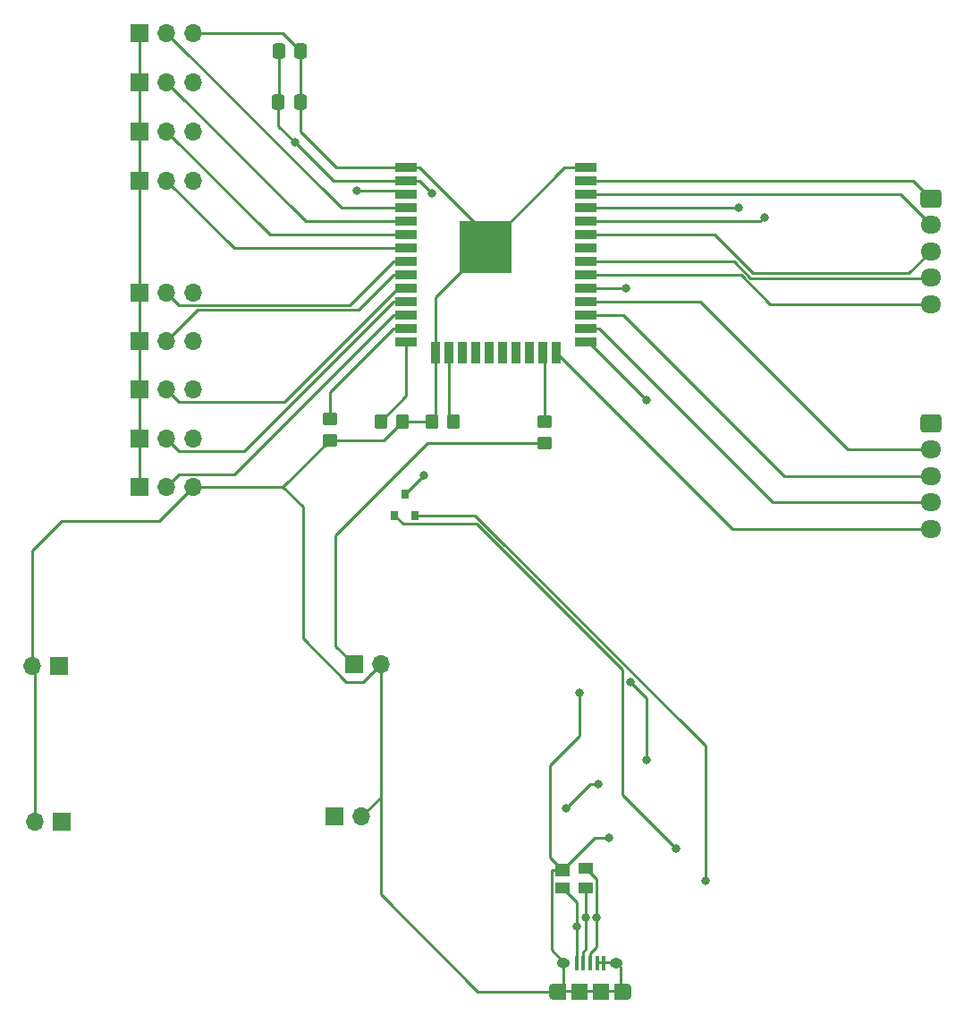
<source format=gbr>
%TF.GenerationSoftware,KiCad,Pcbnew,6.0.11+dfsg-1*%
%TF.CreationDate,2023-12-17T00:58:24-05:00*%
%TF.ProjectId,base_controller,62617365-5f63-46f6-9e74-726f6c6c6572,rev?*%
%TF.SameCoordinates,Original*%
%TF.FileFunction,Copper,L1,Top*%
%TF.FilePolarity,Positive*%
%FSLAX46Y46*%
G04 Gerber Fmt 4.6, Leading zero omitted, Abs format (unit mm)*
G04 Created by KiCad (PCBNEW 6.0.11+dfsg-1) date 2023-12-17 00:58:24*
%MOMM*%
%LPD*%
G01*
G04 APERTURE LIST*
G04 Aperture macros list*
%AMRoundRect*
0 Rectangle with rounded corners*
0 $1 Rounding radius*
0 $2 $3 $4 $5 $6 $7 $8 $9 X,Y pos of 4 corners*
0 Add a 4 corners polygon primitive as box body*
4,1,4,$2,$3,$4,$5,$6,$7,$8,$9,$2,$3,0*
0 Add four circle primitives for the rounded corners*
1,1,$1+$1,$2,$3*
1,1,$1+$1,$4,$5*
1,1,$1+$1,$6,$7*
1,1,$1+$1,$8,$9*
0 Add four rect primitives between the rounded corners*
20,1,$1+$1,$2,$3,$4,$5,0*
20,1,$1+$1,$4,$5,$6,$7,0*
20,1,$1+$1,$6,$7,$8,$9,0*
20,1,$1+$1,$8,$9,$2,$3,0*%
G04 Aperture macros list end*
%TA.AperFunction,ComponentPad*%
%ADD10R,1.700000X1.700000*%
%TD*%
%TA.AperFunction,ComponentPad*%
%ADD11O,1.700000X1.700000*%
%TD*%
%TA.AperFunction,ComponentPad*%
%ADD12RoundRect,0.250000X-0.725000X0.600000X-0.725000X-0.600000X0.725000X-0.600000X0.725000X0.600000X0*%
%TD*%
%TA.AperFunction,ComponentPad*%
%ADD13O,1.950000X1.700000*%
%TD*%
%TA.AperFunction,SMDPad,CuDef*%
%ADD14RoundRect,0.250000X0.337500X0.475000X-0.337500X0.475000X-0.337500X-0.475000X0.337500X-0.475000X0*%
%TD*%
%TA.AperFunction,SMDPad,CuDef*%
%ADD15R,1.400000X1.200000*%
%TD*%
%TA.AperFunction,SMDPad,CuDef*%
%ADD16R,1.400000X1.000000*%
%TD*%
%TA.AperFunction,SMDPad,CuDef*%
%ADD17R,0.400000X1.350000*%
%TD*%
%TA.AperFunction,SMDPad,CuDef*%
%ADD18R,1.500000X1.550000*%
%TD*%
%TA.AperFunction,ComponentPad*%
%ADD19O,0.890000X1.550000*%
%TD*%
%TA.AperFunction,SMDPad,CuDef*%
%ADD20R,1.200000X1.550000*%
%TD*%
%TA.AperFunction,ComponentPad*%
%ADD21O,1.250000X0.950000*%
%TD*%
%TA.AperFunction,SMDPad,CuDef*%
%ADD22R,0.800000X0.900000*%
%TD*%
%TA.AperFunction,SMDPad,CuDef*%
%ADD23RoundRect,0.250000X-0.350000X-0.450000X0.350000X-0.450000X0.350000X0.450000X-0.350000X0.450000X0*%
%TD*%
%TA.AperFunction,SMDPad,CuDef*%
%ADD24RoundRect,0.250000X0.350000X0.450000X-0.350000X0.450000X-0.350000X-0.450000X0.350000X-0.450000X0*%
%TD*%
%TA.AperFunction,SMDPad,CuDef*%
%ADD25RoundRect,0.250000X-0.450000X0.350000X-0.450000X-0.350000X0.450000X-0.350000X0.450000X0.350000X0*%
%TD*%
%TA.AperFunction,SMDPad,CuDef*%
%ADD26RoundRect,0.250000X0.450000X-0.350000X0.450000X0.350000X-0.450000X0.350000X-0.450000X-0.350000X0*%
%TD*%
%TA.AperFunction,SMDPad,CuDef*%
%ADD27R,2.000000X0.900000*%
%TD*%
%TA.AperFunction,SMDPad,CuDef*%
%ADD28R,0.900000X2.000000*%
%TD*%
%TA.AperFunction,SMDPad,CuDef*%
%ADD29R,5.000000X5.000000*%
%TD*%
%TA.AperFunction,ViaPad*%
%ADD30C,0.800000*%
%TD*%
%TA.AperFunction,Conductor*%
%ADD31C,0.250000*%
%TD*%
G04 APERTURE END LIST*
D10*
%TO.P,J4,1,Pin_1*%
%TO.N,+5V*%
X106680000Y-132588000D03*
D11*
%TO.P,J4,2,Pin_2*%
%TO.N,Earth*%
X104140000Y-132588000D03*
%TD*%
D10*
%TO.P,J7,1,Pin_1*%
%TO.N,+3V3*%
X134350000Y-117737500D03*
D11*
%TO.P,J7,2,Pin_2*%
%TO.N,Earth*%
X136890000Y-117737500D03*
%TD*%
%TO.P,J6,2,Pin_2*%
%TO.N,Earth*%
X135090000Y-132080000D03*
D10*
%TO.P,J6,1,Pin_1*%
%TO.N,+5V*%
X132550000Y-132080000D03*
%TD*%
%TO.P,J3,1,Pin_1*%
%TO.N,+3V3*%
X106426000Y-117856000D03*
D11*
%TO.P,J3,2,Pin_2*%
%TO.N,Earth*%
X103886000Y-117856000D03*
%TD*%
D12*
%TO.P,J1,1,Pin_1*%
%TO.N,DATA_IO*%
X188976000Y-73660000D03*
D13*
%TO.P,J1,2,Pin_2*%
%TO.N,SHCP_1*%
X188976000Y-76160000D03*
%TO.P,J1,3,Pin_3*%
%TO.N,STCP_1*%
X188976000Y-78660000D03*
%TO.P,J1,4,Pin_4*%
%TO.N,OE_1*%
X188976000Y-81160000D03*
%TO.P,J1,5,Pin_5*%
%TO.N,MR_1*%
X188976000Y-83660000D03*
%TD*%
D12*
%TO.P,J2,1,Pin_1*%
%TO.N,Net-(J2-Pad1)*%
X188976000Y-94902000D03*
D13*
%TO.P,J2,2,Pin_2*%
%TO.N,SHCP_2*%
X188976000Y-97402000D03*
%TO.P,J2,3,Pin_3*%
%TO.N,STCP_2*%
X188976000Y-99902000D03*
%TO.P,J2,4,Pin_4*%
%TO.N,PL_2*%
X188976000Y-102402000D03*
%TO.P,J2,5,Pin_5*%
%TO.N,MR_2*%
X188976000Y-104902000D03*
%TD*%
D14*
%TO.P,C1,1*%
%TO.N,Earth*%
X129329000Y-59690000D03*
%TO.P,C1,2*%
%TO.N,+3V3*%
X127254000Y-59690000D03*
%TD*%
%TO.P,C2,1*%
%TO.N,Earth*%
X129307500Y-64516000D03*
%TO.P,C2,2*%
%TO.N,+3V3*%
X127232500Y-64516000D03*
%TD*%
D15*
%TO.P,D1,1,A*%
%TO.N,Earth*%
X154094000Y-137152000D03*
D16*
%TO.P,D1,2,K*%
%TO.N,Net-(D1-Pad2)*%
X154094000Y-138872000D03*
%TO.P,D1,3,K*%
%TO.N,Net-(D1-Pad3)*%
X156294000Y-138872000D03*
%TO.P,D1,4,K*%
%TO.N,Net-(D1-Pad4)*%
X156294000Y-136972000D03*
%TD*%
D17*
%TO.P,J5,1,VBUS*%
%TO.N,Net-(D1-Pad2)*%
X155434000Y-145952500D03*
%TO.P,J5,2,D-*%
%TO.N,Net-(D1-Pad3)*%
X156084000Y-145952500D03*
%TO.P,J5,3,D+*%
%TO.N,Net-(D1-Pad4)*%
X156734000Y-145952500D03*
%TO.P,J5,4,ID*%
%TO.N,Earth*%
X157384000Y-145952500D03*
%TO.P,J5,5,GND*%
X158034000Y-145952500D03*
D18*
%TO.P,J5,6,Shield*%
X157734000Y-148652500D03*
D19*
X153234000Y-148652500D03*
D20*
X153834000Y-148652500D03*
D19*
X160234000Y-148652500D03*
D21*
X154234000Y-145952500D03*
D18*
X155734000Y-148652500D03*
D20*
X159634000Y-148652500D03*
D21*
X159234000Y-145952500D03*
%TD*%
D10*
%TO.P,JP1,1,A*%
%TO.N,+3V3*%
X114106000Y-82550000D03*
D11*
%TO.P,JP1,2,C*%
%TO.N,DEVCL_0*%
X116646000Y-82550000D03*
%TO.P,JP1,3,B*%
%TO.N,Earth*%
X119186000Y-82550000D03*
%TD*%
D10*
%TO.P,JP2,1,A*%
%TO.N,+3V3*%
X114106000Y-87144000D03*
D11*
%TO.P,JP2,2,C*%
%TO.N,DEVCL_1*%
X116646000Y-87144000D03*
%TO.P,JP2,3,B*%
%TO.N,Earth*%
X119186000Y-87144000D03*
%TD*%
D10*
%TO.P,JP3,1,A*%
%TO.N,+3V3*%
X114106000Y-91738000D03*
D11*
%TO.P,JP3,2,C*%
%TO.N,DEVCL_2*%
X116646000Y-91738000D03*
%TO.P,JP3,3,B*%
%TO.N,Earth*%
X119186000Y-91738000D03*
%TD*%
D10*
%TO.P,JP4,1,A*%
%TO.N,+3V3*%
X114106000Y-96332000D03*
D11*
%TO.P,JP4,2,C*%
%TO.N,DEVCL_3*%
X116646000Y-96332000D03*
%TO.P,JP4,3,B*%
%TO.N,Earth*%
X119186000Y-96332000D03*
%TD*%
D10*
%TO.P,JP5,1,A*%
%TO.N,+3V3*%
X114106000Y-100926000D03*
D11*
%TO.P,JP5,2,C*%
%TO.N,DEVCL_4*%
X116646000Y-100926000D03*
%TO.P,JP5,3,B*%
%TO.N,Earth*%
X119186000Y-100926000D03*
%TD*%
D10*
%TO.P,JP6,1,A*%
%TO.N,+3V3*%
X114106000Y-58020000D03*
D11*
%TO.P,JP6,2,C*%
%TO.N,DEVID_0*%
X116646000Y-58020000D03*
%TO.P,JP6,3,B*%
%TO.N,Earth*%
X119186000Y-58020000D03*
%TD*%
D10*
%TO.P,JP7,1,A*%
%TO.N,+3V3*%
X114106000Y-62670000D03*
D11*
%TO.P,JP7,2,C*%
%TO.N,DEVID_1*%
X116646000Y-62670000D03*
%TO.P,JP7,3,B*%
%TO.N,Earth*%
X119186000Y-62670000D03*
%TD*%
D10*
%TO.P,JP8,1,A*%
%TO.N,+3V3*%
X114106000Y-67320000D03*
D11*
%TO.P,JP8,2,C*%
%TO.N,DEVID_2*%
X116646000Y-67320000D03*
%TO.P,JP8,3,B*%
%TO.N,Earth*%
X119186000Y-67320000D03*
%TD*%
D10*
%TO.P,JP9,1,A*%
%TO.N,+3V3*%
X114106000Y-71970000D03*
D11*
%TO.P,JP9,2,C*%
%TO.N,DEVID_3*%
X116646000Y-71970000D03*
%TO.P,JP9,3,B*%
%TO.N,Earth*%
X119186000Y-71970000D03*
%TD*%
D22*
%TO.P,Q1,1,E*%
%TO.N,Net-(Q1-Pad1)*%
X138242000Y-103616000D03*
%TO.P,Q1,2,B*%
%TO.N,Net-(Q1-Pad2)*%
X140142000Y-103616000D03*
%TO.P,Q1,3,C*%
%TO.N,EN*%
X139192000Y-101616000D03*
%TD*%
D23*
%TO.P,R12,1*%
%TO.N,MTDI*%
X136922000Y-94742000D03*
%TO.P,R12,2*%
%TO.N,Earth*%
X138922000Y-94742000D03*
%TD*%
D24*
%TO.P,R13,1*%
%TO.N,MTCK*%
X143748000Y-94742000D03*
%TO.P,R13,2*%
%TO.N,Earth*%
X141748000Y-94742000D03*
%TD*%
D25*
%TO.P,R14,1*%
%TO.N,MTMS*%
X132080000Y-94504000D03*
%TO.P,R14,2*%
%TO.N,Earth*%
X132080000Y-96504000D03*
%TD*%
D26*
%TO.P,R15,1*%
%TO.N,+3V3*%
X152400000Y-96758000D03*
%TO.P,R15,2*%
%TO.N,MTDO*%
X152400000Y-94758000D03*
%TD*%
D27*
%TO.P,U1,1,GND*%
%TO.N,Earth*%
X139328000Y-70739000D03*
%TO.P,U1,2,VDD*%
%TO.N,+3V3*%
X139328000Y-72009000D03*
%TO.P,U1,3,EN*%
%TO.N,EN*%
X139328000Y-73279000D03*
%TO.P,U1,4,SENSOR_VP*%
%TO.N,DEVID_0*%
X139328000Y-74549000D03*
%TO.P,U1,5,SENSOR_VN*%
%TO.N,DEVID_1*%
X139328000Y-75819000D03*
%TO.P,U1,6,IO34*%
%TO.N,DEVID_2*%
X139328000Y-77089000D03*
%TO.P,U1,7,IO35*%
%TO.N,DEVID_3*%
X139328000Y-78359000D03*
%TO.P,U1,8,IO32*%
%TO.N,DEVCL_0*%
X139328000Y-79629000D03*
%TO.P,U1,9,IO33*%
%TO.N,DEVCL_1*%
X139328000Y-80899000D03*
%TO.P,U1,10,IO25*%
%TO.N,DEVCL_2*%
X139328000Y-82169000D03*
%TO.P,U1,11,IO26*%
%TO.N,DEVCL_3*%
X139328000Y-83439000D03*
%TO.P,U1,12,IO27*%
%TO.N,DEVCL_4*%
X139328000Y-84709000D03*
%TO.P,U1,13,IO14*%
%TO.N,MTMS*%
X139328000Y-85979000D03*
%TO.P,U1,14,IO12*%
%TO.N,MTDI*%
X139328000Y-87249000D03*
D28*
%TO.P,U1,15,GND*%
%TO.N,Earth*%
X142113000Y-88249000D03*
%TO.P,U1,16,IO13*%
%TO.N,MTCK*%
X143383000Y-88249000D03*
%TO.P,U1,17,SHD/SD2*%
%TO.N,unconnected-(U1-Pad17)*%
X144653000Y-88249000D03*
%TO.P,U1,18,SWP/SD3*%
%TO.N,unconnected-(U1-Pad18)*%
X145923000Y-88249000D03*
%TO.P,U1,19,SCS/CMD*%
%TO.N,unconnected-(U1-Pad19)*%
X147193000Y-88249000D03*
%TO.P,U1,20,SCK/CLK*%
%TO.N,unconnected-(U1-Pad20)*%
X148463000Y-88249000D03*
%TO.P,U1,21,SDO/SD0*%
%TO.N,unconnected-(U1-Pad21)*%
X149733000Y-88249000D03*
%TO.P,U1,22,SDI/SD1*%
%TO.N,unconnected-(U1-Pad22)*%
X151003000Y-88249000D03*
%TO.P,U1,23,IO15*%
%TO.N,MTDO*%
X152273000Y-88249000D03*
%TO.P,U1,24,IO2*%
%TO.N,MR_2*%
X153543000Y-88249000D03*
D27*
%TO.P,U1,25,IO0*%
%TO.N,IO0*%
X156328000Y-87249000D03*
%TO.P,U1,26,IO4*%
%TO.N,PL_2*%
X156328000Y-85979000D03*
%TO.P,U1,27,IO16*%
%TO.N,STCP_2*%
X156328000Y-84709000D03*
%TO.P,U1,28,IO17*%
%TO.N,SHCP_2*%
X156328000Y-83439000D03*
%TO.P,U1,29,IO5*%
%TO.N,IO5*%
X156328000Y-82169000D03*
%TO.P,U1,30,IO18*%
%TO.N,MR_1*%
X156328000Y-80899000D03*
%TO.P,U1,31,IO19*%
%TO.N,OE_1*%
X156328000Y-79629000D03*
%TO.P,U1,32,NC*%
%TO.N,unconnected-(U1-Pad32)*%
X156328000Y-78359000D03*
%TO.P,U1,33,IO21*%
%TO.N,STCP_1*%
X156328000Y-77089000D03*
%TO.P,U1,34,RXD0/IO3*%
%TO.N,RXD0*%
X156328000Y-75819000D03*
%TO.P,U1,35,TXD0/IO1*%
%TO.N,TXD0*%
X156328000Y-74549000D03*
%TO.P,U1,36,IO22*%
%TO.N,SHCP_1*%
X156328000Y-73279000D03*
%TO.P,U1,37,IO23*%
%TO.N,DATA_IO*%
X156328000Y-72009000D03*
%TO.P,U1,38,GND*%
%TO.N,Earth*%
X156328000Y-70739000D03*
D29*
%TO.P,U1,39,GND*%
X146828000Y-78239000D03*
%TD*%
D30*
%TO.N,+3V3*%
X154432000Y-131318000D03*
X128778000Y-68326000D03*
X141726500Y-73157500D03*
X157480000Y-129032000D03*
%TO.N,Earth*%
X155702000Y-120380000D03*
X158496000Y-134112000D03*
%TO.N,Net-(D1-Pad4)*%
X157319001Y-141638999D03*
%TO.N,Net-(D1-Pad3)*%
X156294000Y-141648000D03*
%TO.N,Net-(D1-Pad2)*%
X155434000Y-142508000D03*
%TO.N,Net-(Q1-Pad1)*%
X164846000Y-135128000D03*
%TO.N,EN*%
X140970000Y-99822000D03*
X134620000Y-72898000D03*
%TO.N,Net-(Q1-Pad2)*%
X167640000Y-138176000D03*
%TO.N,TXD0*%
X170815000Y-74549000D03*
%TO.N,RXD0*%
X173228000Y-75438000D03*
%TO.N,IO0*%
X162068000Y-92726000D03*
%TO.N,IO5*%
X160147000Y-82169000D03*
%TO.N,Net-(R4-Pad1)*%
X160528000Y-119380000D03*
X162064000Y-126758000D03*
%TD*%
D31*
%TO.N,+3V3*%
X114106000Y-67320000D02*
X114106000Y-66234000D01*
X114106000Y-67320000D02*
X114106000Y-71970000D01*
%TO.N,Earth*%
X127658000Y-100926000D02*
X129540000Y-102808000D01*
X129540000Y-102808000D02*
X129540000Y-115277500D01*
X133642500Y-119380000D02*
X135247500Y-119380000D01*
X129540000Y-115277500D02*
X133642500Y-119380000D01*
X135247500Y-119380000D02*
X136890000Y-117737500D01*
%TO.N,+3V3*%
X132597097Y-105497808D02*
X132597097Y-115984597D01*
X132597097Y-115984597D02*
X134350000Y-117737500D01*
%TO.N,Earth*%
X119186000Y-100926000D02*
X127658000Y-100926000D01*
X127658000Y-100926000D02*
X132080000Y-96504000D01*
X106680000Y-104140000D02*
X115972000Y-104140000D01*
X115972000Y-104140000D02*
X119186000Y-100926000D01*
X103886000Y-117856000D02*
X103886000Y-106934000D01*
X103886000Y-106934000D02*
X106680000Y-104140000D01*
X104140000Y-132588000D02*
X104140000Y-118110000D01*
X104140000Y-118110000D02*
X103886000Y-117856000D01*
X136890000Y-130280000D02*
X136890000Y-139430000D01*
X136890000Y-139430000D02*
X146112500Y-148652500D01*
X146112500Y-148652500D02*
X153234000Y-148652500D01*
X136890000Y-117737500D02*
X136890000Y-130280000D01*
X136890000Y-130280000D02*
X135090000Y-132080000D01*
%TO.N,+3V3*%
X141726500Y-73157500D02*
X141732000Y-73163000D01*
X154432000Y-131318000D02*
X154432000Y-131318000D01*
X128778000Y-68326000D02*
X129540000Y-69088000D01*
X114106000Y-91738000D02*
X114106000Y-87144000D01*
X114106000Y-96332000D02*
X114106000Y-91738000D01*
X139328000Y-72009000D02*
X140578000Y-72009000D01*
X129307500Y-68855500D02*
X129540000Y-69088000D01*
X114106000Y-82550000D02*
X114106000Y-71970000D01*
X127232500Y-64516000D02*
X127232500Y-66780500D01*
X127254000Y-64494500D02*
X127232500Y-64516000D01*
X114106000Y-62670000D02*
X114106000Y-58020000D01*
X114106000Y-100926000D02*
X114106000Y-96332000D01*
X132461000Y-72009000D02*
X139328000Y-72009000D01*
X157480000Y-129032000D02*
X156718000Y-129032000D01*
X127232500Y-66780500D02*
X128778000Y-68326000D01*
X156718000Y-129032000D02*
X154432000Y-131318000D01*
X152400000Y-96758000D02*
X141336905Y-96758000D01*
X114106000Y-67320000D02*
X114106000Y-62670000D01*
X127254000Y-59690000D02*
X127254000Y-64494500D01*
X114106000Y-87144000D02*
X114106000Y-82550000D01*
X140578000Y-72009000D02*
X141726500Y-73157500D01*
X129540000Y-69088000D02*
X132461000Y-72009000D01*
X141336905Y-96758000D02*
X132597097Y-105497808D01*
%TO.N,Earth*%
X129329000Y-59690000D02*
X129329000Y-64494500D01*
X155702000Y-120380000D02*
X155702000Y-124460000D01*
X146828000Y-76989000D02*
X146828000Y-78239000D01*
X153144000Y-137152000D02*
X153068999Y-137227001D01*
X132080000Y-96504000D02*
X137160000Y-96504000D01*
X137160000Y-96504000D02*
X138922000Y-94742000D01*
X127659000Y-58020000D02*
X119186000Y-58020000D01*
X159234000Y-145890000D02*
X158034000Y-145890000D01*
X152908000Y-135966000D02*
X154094000Y-137152000D01*
X138922000Y-94742000D02*
X141748000Y-94742000D01*
X154094000Y-137152000D02*
X153144000Y-137152000D01*
X142113000Y-94377000D02*
X141748000Y-94742000D01*
X155734000Y-148590000D02*
X157734000Y-148590000D01*
X129307500Y-67331500D02*
X132715000Y-70739000D01*
X158034000Y-145890000D02*
X157384000Y-145890000D01*
X142113000Y-82954000D02*
X142113000Y-88249000D01*
X152908000Y-127254000D02*
X152908000Y-135966000D01*
X154234000Y-148190000D02*
X153834000Y-148590000D01*
X158496000Y-134112000D02*
X157134000Y-134112000D01*
X154234000Y-145890000D02*
X154234000Y-148190000D01*
X155702000Y-124460000D02*
X152908000Y-127254000D01*
X159634000Y-146290000D02*
X159234000Y-145890000D01*
X129329000Y-64494500D02*
X129307500Y-64516000D01*
X129307500Y-64516000D02*
X129307500Y-67331500D01*
X154328000Y-70739000D02*
X156328000Y-70739000D01*
X159634000Y-148590000D02*
X159634000Y-146290000D01*
X142113000Y-88249000D02*
X142113000Y-94377000D01*
X153834000Y-148590000D02*
X155734000Y-148590000D01*
X157734000Y-148590000D02*
X159634000Y-148590000D01*
X132715000Y-70739000D02*
X139328000Y-70739000D01*
X159634000Y-148590000D02*
X160234000Y-148590000D01*
X153068999Y-144724999D02*
X154234000Y-145890000D01*
X153834000Y-148590000D02*
X153234000Y-148590000D01*
X139328000Y-70739000D02*
X140578000Y-70739000D01*
X140578000Y-70739000D02*
X146828000Y-76989000D01*
X129329000Y-59690000D02*
X127659000Y-58020000D01*
X146828000Y-78239000D02*
X142113000Y-82954000D01*
X146828000Y-78239000D02*
X154328000Y-70739000D01*
X153068999Y-137227001D02*
X153068999Y-144724999D01*
X157134000Y-134112000D02*
X154094000Y-137152000D01*
%TO.N,Net-(D1-Pad4)*%
X157319001Y-141638999D02*
X157319001Y-144494997D01*
X157319001Y-144494997D02*
X156734000Y-145079998D01*
X157319001Y-137997001D02*
X157319001Y-141638999D01*
X156734000Y-145079998D02*
X156734000Y-145890000D01*
X156294000Y-136972000D02*
X157319001Y-137997001D01*
%TO.N,Net-(D1-Pad3)*%
X156294000Y-141648000D02*
X156294000Y-144696000D01*
X156294000Y-138872000D02*
X156294000Y-141648000D01*
X156294000Y-144696000D02*
X156084000Y-144906000D01*
X156084000Y-144906000D02*
X156084000Y-145890000D01*
%TO.N,Net-(D1-Pad2)*%
X155434000Y-142508000D02*
X155434000Y-145890000D01*
X154094000Y-138872000D02*
X155434000Y-140212000D01*
X155434000Y-140212000D02*
X155434000Y-142508000D01*
%TO.N,DEVCL_0*%
X133981999Y-83725001D02*
X138078000Y-79629000D01*
X116646000Y-82550000D02*
X117821001Y-83725001D01*
X117821001Y-83725001D02*
X133981999Y-83725001D01*
X138078000Y-79629000D02*
X139328000Y-79629000D01*
%TO.N,DEVCL_1*%
X119614990Y-84175010D02*
X134801990Y-84175010D01*
X138078000Y-80899000D02*
X139328000Y-80899000D01*
X116646000Y-87144000D02*
X119614990Y-84175010D01*
X134801990Y-84175010D02*
X138078000Y-80899000D01*
%TO.N,DEVCL_2*%
X117821001Y-92913001D02*
X127818997Y-92913001D01*
X127818997Y-92913001D02*
X138562998Y-82169000D01*
X138562998Y-82169000D02*
X139328000Y-82169000D01*
X116646000Y-91738000D02*
X117821001Y-92913001D01*
%TO.N,DEVCL_3*%
X116646000Y-96332000D02*
X117821001Y-97507001D01*
X138078000Y-83439000D02*
X139328000Y-83439000D01*
X124009999Y-97507001D02*
X138078000Y-83439000D01*
X117821001Y-97507001D02*
X124009999Y-97507001D01*
%TO.N,DEVCL_4*%
X138078000Y-84709000D02*
X139328000Y-84709000D01*
X116646000Y-100926000D02*
X117821001Y-99750999D01*
X117821001Y-99750999D02*
X123036001Y-99750999D01*
X123036001Y-99750999D02*
X138078000Y-84709000D01*
%TO.N,DEVID_0*%
X133175000Y-74549000D02*
X139328000Y-74549000D01*
X116646000Y-58020000D02*
X133175000Y-74549000D01*
%TO.N,DEVID_1*%
X116646000Y-62670000D02*
X129795000Y-75819000D01*
X129795000Y-75819000D02*
X139328000Y-75819000D01*
%TO.N,DEVID_2*%
X116646000Y-67320000D02*
X126415000Y-77089000D01*
X126415000Y-77089000D02*
X139328000Y-77089000D01*
%TO.N,DEVID_3*%
X123035000Y-78359000D02*
X139328000Y-78359000D01*
X116646000Y-71970000D02*
X123035000Y-78359000D01*
%TO.N,Net-(Q1-Pad1)*%
X159802999Y-118218407D02*
X159802999Y-118654999D01*
X139017001Y-104391001D02*
X145975593Y-104391001D01*
X159802999Y-118574967D02*
X159802999Y-118654999D01*
X145975593Y-104391001D02*
X159802999Y-118218407D01*
X138242000Y-103616000D02*
X139017001Y-104391001D01*
X159802999Y-130084999D02*
X164846000Y-135128000D01*
X159802999Y-118654999D02*
X159802999Y-130084999D01*
%TO.N,EN*%
X140970000Y-99822000D02*
X140970000Y-99822000D01*
X139192000Y-101616000D02*
X139192000Y-101600000D01*
X138947000Y-72898000D02*
X139328000Y-73279000D01*
X139192000Y-101616000D02*
X139192000Y-101346000D01*
X134620000Y-72898000D02*
X138947000Y-72898000D01*
X139192000Y-101600000D02*
X140970000Y-99822000D01*
%TO.N,Net-(Q1-Pad2)*%
X167640000Y-138176000D02*
X167640000Y-126238000D01*
X140142000Y-103616000D02*
X145837002Y-103616000D01*
X145837002Y-103616000D02*
X167640000Y-125418998D01*
X167640000Y-125418998D02*
X167640000Y-126238000D01*
%TO.N,TXD0*%
X170815000Y-74549000D02*
X170815000Y-74549000D01*
X156328000Y-74549000D02*
X170815000Y-74549000D01*
%TO.N,RXD0*%
X169799000Y-75819000D02*
X169799000Y-75819000D01*
X172847000Y-75819000D02*
X173228000Y-75438000D01*
X156328000Y-75819000D02*
X169799000Y-75819000D01*
X169799000Y-75819000D02*
X172847000Y-75819000D01*
%TO.N,IO0*%
X156591000Y-87249000D02*
X156328000Y-87249000D01*
X162068000Y-92726000D02*
X156591000Y-87249000D01*
%TO.N,IO5*%
X160147000Y-82169000D02*
X160147000Y-82169000D01*
X156328000Y-82169000D02*
X160147000Y-82169000D01*
%TO.N,MTDI*%
X139328000Y-92336000D02*
X136922000Y-94742000D01*
X139328000Y-87249000D02*
X139328000Y-92336000D01*
%TO.N,MTCK*%
X143383000Y-94377000D02*
X143748000Y-94742000D01*
X143383000Y-88249000D02*
X143383000Y-94377000D01*
%TO.N,MTMS*%
X139328000Y-85979000D02*
X138078000Y-85979000D01*
X138078000Y-85979000D02*
X132080000Y-91977000D01*
X132080000Y-91977000D02*
X132080000Y-94504000D01*
%TO.N,MTDO*%
X152400000Y-94758000D02*
X152400000Y-88376000D01*
X152400000Y-88376000D02*
X152273000Y-88249000D01*
%TO.N,DATA_IO*%
X187325000Y-72009000D02*
X188976000Y-73660000D01*
X156328000Y-72009000D02*
X187325000Y-72009000D01*
%TO.N,SHCP_1*%
X186095000Y-73279000D02*
X188976000Y-76160000D01*
X156328000Y-73279000D02*
X186095000Y-73279000D01*
%TO.N,STCP_1*%
X156328000Y-77089000D02*
X168471996Y-77089000D01*
X168471996Y-77089000D02*
X172117998Y-80735002D01*
X172117998Y-80735002D02*
X186900998Y-80735002D01*
X186900998Y-80735002D02*
X188976000Y-78660000D01*
%TO.N,OE_1*%
X170375585Y-79629000D02*
X171931598Y-81185013D01*
X156328000Y-79629000D02*
X170375585Y-79629000D01*
X171931598Y-81185013D02*
X188950987Y-81185013D01*
X188950987Y-81185013D02*
X188976000Y-81160000D01*
%TO.N,MR_1*%
X171009174Y-80899000D02*
X173770174Y-83660000D01*
X156328000Y-80899000D02*
X171009174Y-80899000D01*
X173770174Y-83660000D02*
X188976000Y-83660000D01*
%TO.N,SHCP_2*%
X181148810Y-97402000D02*
X188976000Y-97402000D01*
X156328000Y-83439000D02*
X167185810Y-83439000D01*
X167185810Y-83439000D02*
X181148810Y-97402000D01*
%TO.N,STCP_2*%
X156328000Y-84709000D02*
X159893000Y-84709000D01*
X159893000Y-84709000D02*
X175086000Y-99902000D01*
X175086000Y-99902000D02*
X188976000Y-99902000D01*
%TO.N,PL_2*%
X174001000Y-102402000D02*
X188976000Y-102402000D01*
X156328000Y-85979000D02*
X157578000Y-85979000D01*
X157578000Y-85979000D02*
X174001000Y-102402000D01*
%TO.N,MR_2*%
X170196000Y-104902000D02*
X188976000Y-104902000D01*
X153543000Y-88249000D02*
X170196000Y-104902000D01*
%TO.N,Net-(R4-Pad1)*%
X160528000Y-119380000D02*
X160528000Y-119380000D01*
X162064000Y-126758000D02*
X162064000Y-120916000D01*
X162064000Y-120916000D02*
X160528000Y-119380000D01*
%TD*%
M02*

</source>
